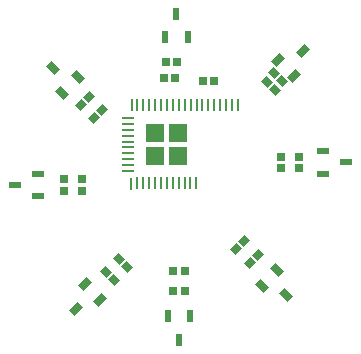
<source format=gtp>
G04 Layer_Color=7318015*
%FSLAX25Y25*%
%MOIN*%
G70*
G01*
G75*
G04:AMPARAMS|DCode=10|XSize=27.56mil|YSize=29.53mil|CornerRadius=0mil|HoleSize=0mil|Usage=FLASHONLY|Rotation=315.000|XOffset=0mil|YOffset=0mil|HoleType=Round|Shape=Rectangle|*
%AMROTATEDRECTD10*
4,1,4,-0.02018,-0.00070,0.00070,0.02018,0.02018,0.00070,-0.00070,-0.02018,-0.02018,-0.00070,0.0*
%
%ADD10ROTATEDRECTD10*%

G04:AMPARAMS|DCode=11|XSize=23.62mil|YSize=39.37mil|CornerRadius=0mil|HoleSize=0mil|Usage=FLASHONLY|Rotation=225.000|XOffset=0mil|YOffset=0mil|HoleType=Round|Shape=Rectangle|*
%AMROTATEDRECTD11*
4,1,4,-0.00557,0.02227,0.02227,-0.00557,0.00557,-0.02227,-0.02227,0.00557,-0.00557,0.02227,0.0*
%
%ADD11ROTATEDRECTD11*%

%ADD12R,0.02756X0.02953*%
%ADD13R,0.03937X0.02362*%
G04:AMPARAMS|DCode=14|XSize=27.56mil|YSize=29.53mil|CornerRadius=0mil|HoleSize=0mil|Usage=FLASHONLY|Rotation=45.000|XOffset=0mil|YOffset=0mil|HoleType=Round|Shape=Rectangle|*
%AMROTATEDRECTD14*
4,1,4,0.00070,-0.02018,-0.02018,0.00070,-0.00070,0.02018,0.02018,-0.00070,0.00070,-0.02018,0.0*
%
%ADD14ROTATEDRECTD14*%

G04:AMPARAMS|DCode=15|XSize=23.62mil|YSize=39.37mil|CornerRadius=0mil|HoleSize=0mil|Usage=FLASHONLY|Rotation=315.000|XOffset=0mil|YOffset=0mil|HoleType=Round|Shape=Rectangle|*
%AMROTATEDRECTD15*
4,1,4,-0.02227,-0.00557,0.00557,0.02227,0.02227,0.00557,-0.00557,-0.02227,-0.02227,-0.00557,0.0*
%
%ADD15ROTATEDRECTD15*%

%ADD16R,0.02953X0.02756*%
%ADD17R,0.02362X0.03937*%
%ADD18R,0.03937X0.00984*%
%ADD19R,0.00984X0.03937*%
%ADD20R,0.05906X0.05906*%
%ADD21R,0.02677X0.02520*%
D10*
X265102Y341480D02*
D03*
X262457Y338835D02*
D03*
X269433Y337149D02*
D03*
X266788Y334504D02*
D03*
X318756Y286079D02*
D03*
X321401Y288724D02*
D03*
X314032Y290804D02*
D03*
X316677Y293448D02*
D03*
D11*
X256045Y342997D02*
D03*
X261334Y348286D02*
D03*
X253122Y351209D02*
D03*
X327814Y283775D02*
D03*
X322524Y278486D02*
D03*
X330737Y275563D02*
D03*
D12*
X256693Y314075D02*
D03*
Y310335D02*
D03*
X262598Y314075D02*
D03*
Y310335D02*
D03*
X335039Y317815D02*
D03*
Y321555D02*
D03*
X329134Y317815D02*
D03*
Y321555D02*
D03*
D13*
X248031Y308465D02*
D03*
Y315945D02*
D03*
X240158Y312205D02*
D03*
X342913Y323425D02*
D03*
Y315945D02*
D03*
X350787Y319685D02*
D03*
D14*
X275056Y287543D02*
D03*
X277700Y284898D02*
D03*
X270725Y283212D02*
D03*
X273370Y280567D02*
D03*
X326913Y343953D02*
D03*
X324268Y346598D02*
D03*
X329275Y346709D02*
D03*
X326630Y349354D02*
D03*
D15*
X268814Y273761D02*
D03*
X263525Y279051D02*
D03*
X260602Y270838D02*
D03*
X328036Y353798D02*
D03*
X333325Y348508D02*
D03*
X336248Y356721D02*
D03*
D16*
X293130Y283465D02*
D03*
X296870D02*
D03*
X293130Y276772D02*
D03*
X296870D02*
D03*
X294390Y353150D02*
D03*
X290650D02*
D03*
X293602Y347835D02*
D03*
X289862D02*
D03*
D17*
X298740Y268504D02*
D03*
X291260D02*
D03*
X295000Y260630D02*
D03*
X290354Y361417D02*
D03*
X297835D02*
D03*
X294094Y369291D02*
D03*
D18*
X278031Y324705D02*
D03*
Y322736D02*
D03*
Y320768D02*
D03*
Y318799D02*
D03*
Y316831D02*
D03*
Y326673D02*
D03*
Y328642D02*
D03*
Y330610D02*
D03*
Y332579D02*
D03*
Y334567D02*
D03*
D19*
X279134Y312642D02*
D03*
X281102Y312697D02*
D03*
X283071D02*
D03*
X285039D02*
D03*
X287008D02*
D03*
X288976D02*
D03*
X290945D02*
D03*
X292913D02*
D03*
X294882D02*
D03*
X300787D02*
D03*
X298819D02*
D03*
X296850D02*
D03*
X296890Y338681D02*
D03*
X298858D02*
D03*
X300827D02*
D03*
X302795D02*
D03*
X304764D02*
D03*
X306732D02*
D03*
X308701D02*
D03*
X310669D02*
D03*
X312638D02*
D03*
X314606D02*
D03*
X294921D02*
D03*
X292953D02*
D03*
X290984D02*
D03*
X289016D02*
D03*
X287047D02*
D03*
X285079D02*
D03*
X283110D02*
D03*
X281142D02*
D03*
X279173D02*
D03*
D20*
X294724Y321752D02*
D03*
X286850D02*
D03*
Y329626D02*
D03*
X294724D02*
D03*
D21*
X303031Y346732D02*
D03*
X306496D02*
D03*
M02*

</source>
